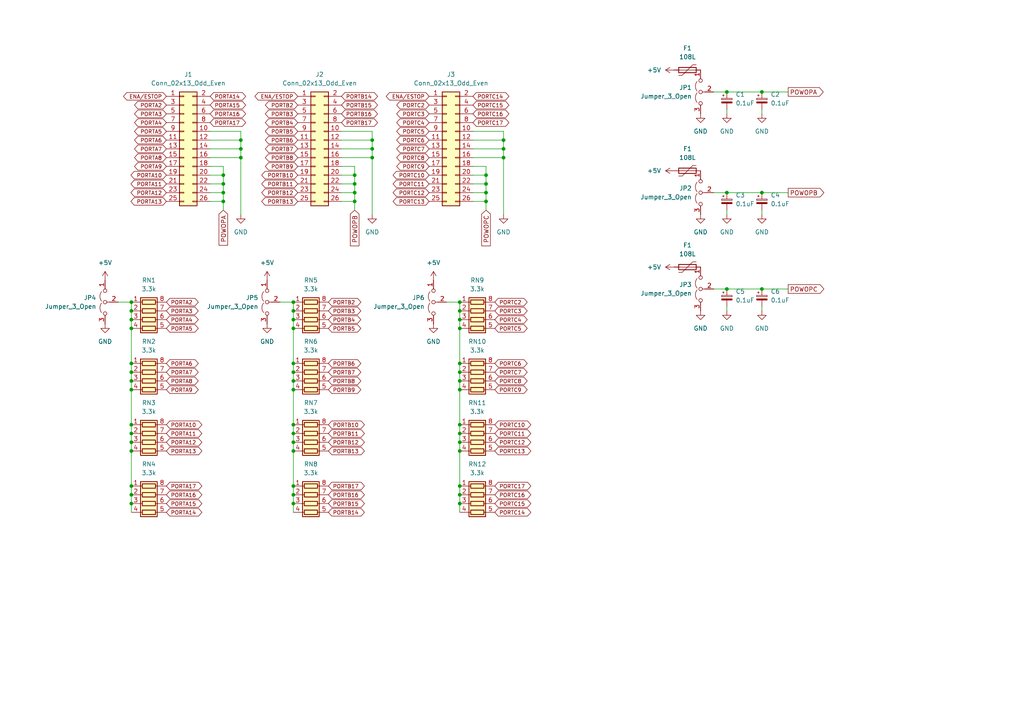
<source format=kicad_sch>
(kicad_sch (version 20230121) (generator eeschema)
  (paper "A4")
  (lib_symbols
    (symbol "Connector_Generic:Conn_02x13_Odd_Even" (pin_names (offset 1.016) hide)
      (property "Reference" "J" (at 1.27 17.78 0))
      (property "Value" "Conn_02x13_Odd_Even" (at 1.27 -17.78 0))
      (symbol "Conn_02x13_Odd_Even_1_1"
        (rectangle (start -1.27 -15.113) (end 0 -15.367) (stroke (width 0.1524)))
        (rectangle (start -1.27 -12.573) (end 0 -12.827) (stroke (width 0.1524)))
        (rectangle (start -1.27 -10.033) (end 0 -10.287) (stroke (width 0.1524)))
        (rectangle (start -1.27 -7.493) (end 0 -7.747) (stroke (width 0.1524)))
        (rectangle (start -1.27 -4.953) (end 0 -5.207) (stroke (width 0.1524)))
        (rectangle (start -1.27 -2.413) (end 0 -2.667) (stroke (width 0.1524)))
        (rectangle (start -1.27 0.127) (end 0 -0.127) (stroke (width 0.1524)))
        (rectangle (start -1.27 2.667) (end 0 2.413) (stroke (width 0.1524)))
        (rectangle (start -1.27 5.207) (end 0 4.953) (stroke (width 0.1524)))
        (rectangle (start -1.27 7.747) (end 0 7.493) (stroke (width 0.1524)))
        (rectangle (start -1.27 10.287) (end 0 10.033) (stroke (width 0.1524)))
        (rectangle (start -1.27 12.827) (end 0 12.573) (stroke (width 0.1524)))
        (rectangle (start -1.27 15.367) (end 0 15.113) (stroke (width 0.1524)))
        (rectangle (start -1.27 16.51) (end 3.81 -16.51) (stroke (width 0.254)) (fill (type background)))
        (rectangle (start 3.81 -15.113) (end 2.54 -15.367) (stroke (width 0.1524)))
        (rectangle (start 3.81 -12.573) (end 2.54 -12.827) (stroke (width 0.1524)))
        (rectangle (start 3.81 -10.033) (end 2.54 -10.287) (stroke (width 0.1524)))
        (rectangle (start 3.81 -7.493) (end 2.54 -7.747) (stroke (width 0.1524)))
        (rectangle (start 3.81 -4.953) (end 2.54 -5.207) (stroke (width 0.1524)))
        (rectangle (start 3.81 -2.413) (end 2.54 -2.667) (stroke (width 0.1524)))
        (rectangle (start 3.81 0.127) (end 2.54 -0.127) (stroke (width 0.1524)))
        (rectangle (start 3.81 2.667) (end 2.54 2.413) (stroke (width 0.1524)))
        (rectangle (start 3.81 5.207) (end 2.54 4.953) (stroke (width 0.1524)))
        (rectangle (start 3.81 7.747) (end 2.54 7.493) (stroke (width 0.1524)))
        (rectangle (start 3.81 10.287) (end 2.54 10.033) (stroke (width 0.1524)))
        (rectangle (start 3.81 12.827) (end 2.54 12.573) (stroke (width 0.1524)))
        (rectangle (start 3.81 15.367) (end 2.54 15.113) (stroke (width 0.1524)))
        (pin passive line (at -5.08 15.24 0) (length 3.81) (name "Pin_1") (number "1"))
        (pin passive line (at 7.62 5.08 180) (length 3.81) (name "Pin_10") (number "10"))
        (pin passive line (at -5.08 2.54 0) (length 3.81) (name "Pin_11") (number "11"))
        (pin passive line (at 7.62 2.54 180) (length 3.81) (name "Pin_12") (number "12"))
        (pin passive line (at -5.08 0 0) (length 3.81) (name "Pin_13") (number "13"))
        (pin passive line (at 7.62 0 180) (length 3.81) (name "Pin_14") (number "14"))
        (pin passive line (at -5.08 -2.54 0) (length 3.81) (name "Pin_15") (number "15"))
        (pin passive line (at 7.62 -2.54 180) (length 3.81) (name "Pin_16") (number "16"))
        (pin passive line (at -5.08 -5.08 0) (length 3.81) (name "Pin_17") (number "17"))
        (pin passive line (at 7.62 -5.08 180) (length 3.81) (name "Pin_18") (number "18"))
        (pin passive line (at -5.08 -7.62 0) (length 3.81) (name "Pin_19") (number "19"))
        (pin passive line (at 7.62 15.24 180) (length 3.81) (name "Pin_2") (number "2"))
        (pin passive line (at 7.62 -7.62 180) (length 3.81) (name "Pin_20") (number "20"))
        (pin passive line (at -5.08 -10.16 0) (length 3.81) (name "Pin_21") (number "21"))
        (pin passive line (at 7.62 -10.16 180) (length 3.81) (name "Pin_22") (number "22"))
        (pin passive line (at -5.08 -12.7 0) (length 3.81) (name "Pin_23") (number "23"))
        (pin passive line (at 7.62 -12.7 180) (length 3.81) (name "Pin_24") (number "24"))
        (pin passive line (at -5.08 -15.24 0) (length 3.81) (name "Pin_25") (number "25"))
        (pin passive line (at 7.62 -15.24 180) (length 3.81) (name "Pin_26") (number "26"))
        (pin passive line (at -5.08 12.7 0) (length 3.81) (name "Pin_3") (number "3"))
        (pin passive line (at 7.62 12.7 180) (length 3.81) (name "Pin_4") (number "4"))
        (pin passive line (at -5.08 10.16 0) (length 3.81) (name "Pin_5") (number "5"))
        (pin passive line (at 7.62 10.16 180) (length 3.81) (name "Pin_6") (number "6"))
        (pin passive line (at -5.08 7.62 0) (length 3.81) (name "Pin_7") (number "7"))
        (pin passive line (at 7.62 7.62 180) (length 3.81) (name "Pin_8") (number "8"))
        (pin passive line (at -5.08 5.08 0) (length 3.81) (name "Pin_9") (number "9"))
      )
    )
    (symbol "Device:C_Polarized_Small" (pin_numbers hide) (pin_names (offset 0.254) hide)
      (property "Reference" "C" (at 0.254 1.778 0))
      (property "Value" "C_Polarized_Small" (at 0.254 -2.032 0))
      (symbol "C_Polarized_Small_0_1"
        (rectangle (start -1.524 -0.3048) (end 1.524 -0.6858) (fill (type outline)))
        (rectangle (start -1.524 0.6858) (end 1.524 0.3048))
        (polyline (pts (xy -1.27 1.524) (xy -0.762 1.524)))
        (polyline (pts (xy -1.016 1.27) (xy -1.016 1.778)))
      )
      (symbol "C_Polarized_Small_1_1"
        (pin passive line (at 0 2.54 270) (length 1.8542) (name "~") (number "1"))
        (pin passive line (at 0 -2.54 90) (length 1.8542) (name "~") (number "2"))
      )
    )
    (symbol "Device:Polyfuse" (pin_numbers hide) (pin_names (offset 0))
      (property "Reference" "F" (at -2.54 0 90))
      (property "Value" "Polyfuse" (at 2.54 0 90))
      (symbol "Polyfuse_0_1"
        (rectangle (start -0.762 2.54) (end 0.762 -2.54) (stroke (width 0.254)))
        (polyline (pts (xy 0 2.54) (xy 0 -2.54)))
        (polyline (pts (xy -1.524 2.54) (xy -1.524 1.524) (xy 1.524 -1.524) (xy 1.524 -2.54)))
      )
      (symbol "Polyfuse_1_1"
        (pin passive line (at 0 3.81 270) (length 1.27) (name "~") (number "1"))
        (pin passive line (at 0 -3.81 90) (length 1.27) (name "~") (number "2"))
      )
    )
    (symbol "Device:R_Pack04" (pin_names (offset 0) hide)
      (property "Reference" "RN" (at -7.62 0 90))
      (property "Value" "R_Pack04" (at 5.08 0 90))
      (symbol "R_Pack04_0_1"
        (rectangle (start -6.35 -2.413) (end 3.81 2.413) (stroke (width 0.254)) (fill (type background)))
        (rectangle (start -5.715 1.905) (end -4.445 -1.905) (stroke (width 0.254)))
        (rectangle (start -3.175 1.905) (end -1.905 -1.905) (stroke (width 0.254)))
        (rectangle (start -0.635 1.905) (end 0.635 -1.905) (stroke (width 0.254)))
        (polyline (pts (xy -5.08 -2.54) (xy -5.08 -1.905)))
        (polyline (pts (xy -5.08 1.905) (xy -5.08 2.54)))
        (polyline (pts (xy -2.54 -2.54) (xy -2.54 -1.905)))
        (polyline (pts (xy -2.54 1.905) (xy -2.54 2.54)))
        (polyline (pts (xy 0 -2.54) (xy 0 -1.905)))
        (polyline (pts (xy 0 1.905) (xy 0 2.54)))
        (polyline (pts (xy 2.54 -2.54) (xy 2.54 -1.905)))
        (polyline (pts (xy 2.54 1.905) (xy 2.54 2.54)))
        (rectangle (start 1.905 1.905) (end 3.175 -1.905) (stroke (width 0.254)))
      )
      (symbol "R_Pack04_1_1"
        (pin passive line (at -5.08 -5.08 90) (length 2.54) (name "R1.1") (number "1"))
        (pin passive line (at -2.54 -5.08 90) (length 2.54) (name "R2.1") (number "2"))
        (pin passive line (at 0 -5.08 90) (length 2.54) (name "R3.1") (number "3"))
        (pin passive line (at 2.54 -5.08 90) (length 2.54) (name "R4.1") (number "4"))
        (pin passive line (at 2.54 5.08 270) (length 2.54) (name "R4.2") (number "5"))
        (pin passive line (at 0 5.08 270) (length 2.54) (name "R3.2") (number "6"))
        (pin passive line (at -2.54 5.08 270) (length 2.54) (name "R2.2") (number "7"))
        (pin passive line (at -5.08 5.08 270) (length 2.54) (name "R1.2") (number "8"))
      )
    )
    (symbol "Jumper:Jumper_3_Open" (pin_names (offset 0) hide)
      (property "Reference" "JP" (at -2.54 -2.54 0))
      (property "Value" "Jumper_3_Open" (at 0 2.794 0))
      (symbol "Jumper_3_Open_0_0"
        (circle (center -3.302 0) (radius 0.508))
        (circle (center 0 0) (radius 0.508))
        (circle (center 3.302 0) (radius 0.508))
      )
      (symbol "Jumper_3_Open_0_1"
        (arc (start -0.254 1.016) (mid -1.651 1.4992) (end -3.048 1.016))
        (polyline (pts (xy 0 -0.508) (xy 0 -1.27)))
        (arc (start 3.048 1.016) (mid 1.651 1.4992) (end 0.254 1.016))
      )
      (symbol "Jumper_3_Open_1_1"
        (pin passive line (at -6.35 0 0) (length 2.54) (name "A") (number "1"))
        (pin passive line (at 0 -3.81 90) (length 2.54) (name "C") (number "2"))
        (pin passive line (at 6.35 0 180) (length 2.54) (name "B") (number "3"))
      )
    )
    (symbol "power:+5V" (power) (pin_names (offset 0))
      (property "Value" "+5V" (at 0 3.556 0))
      (symbol "+5V_0_1"
        (polyline (pts (xy -0.762 1.27) (xy 0 2.54)))
        (polyline (pts (xy 0 0) (xy 0 2.54)))
        (polyline (pts (xy 0 2.54) (xy 0.762 1.27)))
      )
      (symbol "+5V_1_1"
        (pin power_in line (at 0 0 90) (length 0) hide (name "+5V") (number "1"))
      )
    )
    (symbol "power:GND" (power) (pin_names (offset 0))
      (property "Value" "GND" (at 0 -3.81 0))
      (symbol "GND_0_1"
        (polyline (pts (xy 0 0) (xy 0 -1.27) (xy 1.27 -1.27) (xy 0 -2.54) (xy -1.27 -1.27) (xy 0 -1.27)))
      )
      (symbol "GND_1_1"
        (pin power_in line (at 0 0 270) (length 0) hide (name "GND") (number "1"))
      )
    )
  )
  (junction (at 210.82 83.82))
  (junction (at 69.85 45.72))
  (junction (at 133.35 123.19))
  (junction (at 140.97 50.8))
  (junction (at 220.98 26.67))
  (junction (at 85.09 90.17))
  (junction (at 85.09 110.49))
  (junction (at 133.35 105.41))
  (junction (at 38.1 140.97))
  (junction (at 85.09 130.81))
  (junction (at 107.95 43.18))
  (junction (at 102.87 53.34))
  (junction (at 146.05 45.72))
  (junction (at 85.09 123.19))
  (junction (at 85.09 146.05))
  (junction (at 38.1 128.27))
  (junction (at 85.09 143.51))
  (junction (at 220.98 83.82))
  (junction (at 69.85 43.18))
  (junction (at 133.35 110.49))
  (junction (at 85.09 128.27))
  (junction (at 85.09 92.71))
  (junction (at 38.1 95.25))
  (junction (at 133.35 90.17))
  (junction (at 38.1 143.51))
  (junction (at 64.77 55.88))
  (junction (at 85.09 125.73))
  (junction (at 146.05 40.64))
  (junction (at 64.77 50.8))
  (junction (at 85.09 95.25))
  (junction (at 38.1 92.71))
  (junction (at 133.35 143.51))
  (junction (at 133.35 107.95))
  (junction (at 85.09 113.03))
  (junction (at 140.97 53.34))
  (junction (at 38.1 105.41))
  (junction (at 146.05 43.18))
  (junction (at 38.1 146.05))
  (junction (at 133.35 95.25))
  (junction (at 38.1 113.03))
  (junction (at 133.35 87.63))
  (junction (at 64.77 58.42))
  (junction (at 69.85 40.64))
  (junction (at 210.82 55.88))
  (junction (at 85.09 87.63))
  (junction (at 102.87 58.42))
  (junction (at 140.97 55.88))
  (junction (at 107.95 40.64))
  (junction (at 107.95 45.72))
  (junction (at 133.35 140.97))
  (junction (at 102.87 50.8))
  (junction (at 38.1 110.49))
  (junction (at 133.35 128.27))
  (junction (at 133.35 92.71))
  (junction (at 133.35 125.73))
  (junction (at 102.87 55.88))
  (junction (at 38.1 123.19))
  (junction (at 220.98 55.88))
  (junction (at 38.1 125.73))
  (junction (at 133.35 146.05))
  (junction (at 38.1 90.17))
  (junction (at 133.35 130.81))
  (junction (at 140.97 58.42))
  (junction (at 38.1 130.81))
  (junction (at 38.1 87.63))
  (junction (at 64.77 53.34))
  (junction (at 85.09 105.41))
  (junction (at 210.82 26.67))
  (junction (at 85.09 140.97))
  (junction (at 38.1 107.95))
  (junction (at 85.09 107.95))
  (junction (at 133.35 113.03))
  (wire (pts (xy 64.77 55.88) (xy 64.77 58.42)))
  (wire (pts (xy 133.35 125.73) (xy 133.35 128.27)))
  (wire (pts (xy 220.98 33.02) (xy 220.98 31.75)))
  (wire (pts (xy 38.1 113.03) (xy 38.1 123.19)))
  (wire (pts (xy 133.35 113.03) (xy 133.35 123.19)))
  (wire (pts (xy 64.77 50.8) (xy 64.77 53.34)))
  (wire (pts (xy 85.09 90.17) (xy 85.09 92.71)))
  (wire (pts (xy 85.09 110.49) (xy 85.09 113.03)))
  (wire (pts (xy 60.96 58.42) (xy 64.77 58.42)))
  (wire (pts (xy 38.1 146.05) (xy 38.1 148.59)))
  (wire (pts (xy 133.35 123.19) (xy 133.35 125.73)))
  (wire (pts (xy 85.09 105.41) (xy 85.09 107.95)))
  (wire (pts (xy 60.96 50.8) (xy 64.77 50.8)))
  (wire (pts (xy 34.29 87.63) (xy 38.1 87.63)))
  (wire (pts (xy 85.09 113.03) (xy 85.09 123.19)))
  (wire (pts (xy 64.77 58.42) (xy 64.77 60.96)))
  (wire (pts (xy 102.87 55.88) (xy 102.87 58.42)))
  (wire (pts (xy 38.1 107.95) (xy 38.1 110.49)))
  (wire (pts (xy 133.35 110.49) (xy 133.35 113.03)))
  (wire (pts (xy 60.96 38.1) (xy 69.85 38.1)))
  (wire (pts (xy 140.97 48.26) (xy 140.97 50.8)))
  (wire (pts (xy 207.01 83.82) (xy 210.82 83.82)))
  (wire (pts (xy 133.35 140.97) (xy 133.35 143.51)))
  (wire (pts (xy 69.85 45.72) (xy 69.85 62.23)))
  (wire (pts (xy 102.87 50.8) (xy 102.87 53.34)))
  (wire (pts (xy 38.1 130.81) (xy 38.1 140.97)))
  (wire (pts (xy 133.35 130.81) (xy 133.35 140.97)))
  (wire (pts (xy 99.06 58.42) (xy 102.87 58.42)))
  (wire (pts (xy 99.06 55.88) (xy 102.87 55.88)))
  (wire (pts (xy 210.82 26.67) (xy 220.98 26.67)))
  (wire (pts (xy 137.16 55.88) (xy 140.97 55.88)))
  (wire (pts (xy 85.09 107.95) (xy 85.09 110.49)))
  (wire (pts (xy 60.96 43.18) (xy 69.85 43.18)))
  (wire (pts (xy 60.96 48.26) (xy 64.77 48.26)))
  (wire (pts (xy 133.35 107.95) (xy 133.35 110.49)))
  (wire (pts (xy 99.06 43.18) (xy 107.95 43.18)))
  (wire (pts (xy 85.09 123.19) (xy 85.09 125.73)))
  (wire (pts (xy 146.05 43.18) (xy 146.05 45.72)))
  (wire (pts (xy 137.16 38.1) (xy 146.05 38.1)))
  (wire (pts (xy 210.82 90.17) (xy 210.82 88.9)))
  (wire (pts (xy 129.54 87.63) (xy 133.35 87.63)))
  (wire (pts (xy 60.96 53.34) (xy 64.77 53.34)))
  (wire (pts (xy 137.16 53.34) (xy 140.97 53.34)))
  (wire (pts (xy 220.98 26.67) (xy 228.6 26.67)))
  (wire (pts (xy 133.35 95.25) (xy 133.35 105.41)))
  (wire (pts (xy 133.35 105.41) (xy 133.35 107.95)))
  (wire (pts (xy 99.06 38.1) (xy 107.95 38.1)))
  (wire (pts (xy 99.06 48.26) (xy 102.87 48.26)))
  (wire (pts (xy 60.96 40.64) (xy 69.85 40.64)))
  (wire (pts (xy 146.05 40.64) (xy 146.05 43.18)))
  (wire (pts (xy 137.16 50.8) (xy 140.97 50.8)))
  (wire (pts (xy 81.28 87.63) (xy 85.09 87.63)))
  (wire (pts (xy 207.01 55.88) (xy 210.82 55.88)))
  (wire (pts (xy 107.95 43.18) (xy 107.95 45.72)))
  (wire (pts (xy 38.1 105.41) (xy 38.1 107.95)))
  (wire (pts (xy 137.16 43.18) (xy 146.05 43.18)))
  (wire (pts (xy 102.87 58.42) (xy 102.87 60.96)))
  (wire (pts (xy 140.97 55.88) (xy 140.97 58.42)))
  (wire (pts (xy 102.87 48.26) (xy 102.87 50.8)))
  (wire (pts (xy 69.85 38.1) (xy 69.85 40.64)))
  (wire (pts (xy 107.95 40.64) (xy 107.95 43.18)))
  (wire (pts (xy 85.09 128.27) (xy 85.09 130.81)))
  (wire (pts (xy 38.1 125.73) (xy 38.1 128.27)))
  (wire (pts (xy 133.35 87.63) (xy 133.35 90.17)))
  (wire (pts (xy 64.77 48.26) (xy 64.77 50.8)))
  (wire (pts (xy 85.09 130.81) (xy 85.09 140.97)))
  (wire (pts (xy 85.09 140.97) (xy 85.09 143.51)))
  (wire (pts (xy 85.09 125.73) (xy 85.09 128.27)))
  (wire (pts (xy 38.1 92.71) (xy 38.1 95.25)))
  (wire (pts (xy 133.35 90.17) (xy 133.35 92.71)))
  (wire (pts (xy 99.06 50.8) (xy 102.87 50.8)))
  (wire (pts (xy 85.09 87.63) (xy 85.09 90.17)))
  (wire (pts (xy 133.35 128.27) (xy 133.35 130.81)))
  (wire (pts (xy 99.06 40.64) (xy 107.95 40.64)))
  (wire (pts (xy 140.97 58.42) (xy 140.97 60.96)))
  (wire (pts (xy 210.82 62.23) (xy 210.82 60.96)))
  (wire (pts (xy 146.05 38.1) (xy 146.05 40.64)))
  (wire (pts (xy 107.95 38.1) (xy 107.95 40.64)))
  (wire (pts (xy 210.82 83.82) (xy 220.98 83.82)))
  (wire (pts (xy 137.16 40.64) (xy 146.05 40.64)))
  (wire (pts (xy 85.09 92.71) (xy 85.09 95.25)))
  (wire (pts (xy 99.06 53.34) (xy 102.87 53.34)))
  (wire (pts (xy 69.85 40.64) (xy 69.85 43.18)))
  (wire (pts (xy 146.05 45.72) (xy 146.05 62.23)))
  (wire (pts (xy 220.98 83.82) (xy 228.6 83.82)))
  (wire (pts (xy 60.96 45.72) (xy 69.85 45.72)))
  (wire (pts (xy 220.98 55.88) (xy 228.6 55.88)))
  (wire (pts (xy 38.1 95.25) (xy 38.1 105.41)))
  (wire (pts (xy 207.01 26.67) (xy 210.82 26.67)))
  (wire (pts (xy 99.06 45.72) (xy 107.95 45.72)))
  (wire (pts (xy 38.1 140.97) (xy 38.1 143.51)))
  (wire (pts (xy 137.16 45.72) (xy 146.05 45.72)))
  (wire (pts (xy 210.82 55.88) (xy 220.98 55.88)))
  (wire (pts (xy 133.35 143.51) (xy 133.35 146.05)))
  (wire (pts (xy 85.09 146.05) (xy 85.09 148.59)))
  (wire (pts (xy 85.09 143.51) (xy 85.09 146.05)))
  (wire (pts (xy 38.1 110.49) (xy 38.1 113.03)))
  (wire (pts (xy 107.95 45.72) (xy 107.95 62.23)))
  (wire (pts (xy 38.1 143.51) (xy 38.1 146.05)))
  (wire (pts (xy 85.09 95.25) (xy 85.09 105.41)))
  (wire (pts (xy 102.87 53.34) (xy 102.87 55.88)))
  (wire (pts (xy 140.97 53.34) (xy 140.97 55.88)))
  (wire (pts (xy 60.96 55.88) (xy 64.77 55.88)))
  (wire (pts (xy 220.98 90.17) (xy 220.98 88.9)))
  (wire (pts (xy 133.35 146.05) (xy 133.35 148.59)))
  (wire (pts (xy 64.77 53.34) (xy 64.77 55.88)))
  (wire (pts (xy 220.98 62.23) (xy 220.98 60.96)))
  (wire (pts (xy 69.85 43.18) (xy 69.85 45.72)))
  (wire (pts (xy 38.1 123.19) (xy 38.1 125.73)))
  (wire (pts (xy 133.35 92.71) (xy 133.35 95.25)))
  (wire (pts (xy 38.1 90.17) (xy 38.1 92.71)))
  (wire (pts (xy 137.16 58.42) (xy 140.97 58.42)))
  (wire (pts (xy 137.16 48.26) (xy 140.97 48.26)))
  (wire (pts (xy 38.1 128.27) (xy 38.1 130.81)))
  (wire (pts (xy 210.82 33.02) (xy 210.82 31.75)))
  (wire (pts (xy 140.97 50.8) (xy 140.97 53.34)))
  (wire (pts (xy 38.1 87.63) (xy 38.1 90.17)))
  (global_label "PORTB8" (shape bidirectional) (at 86.36 45.72 180) (effects (font (size 1.1 1.1))) (property "Intersheetrefs" "${INTERSHEET_REFS}" (effects hide)))
  (global_label "PORTC5" (shape bidirectional) (at 143.51 95.25 0) (effects (font (size 1.1 1.1))) (property "Intersheetrefs" "${INTERSHEET_REFS}" (effects hide)))
  (global_label "PORTC11" (shape bidirectional) (at 143.51 125.73 0) (effects (font (size 1.1 1.1))) (property "Intersheetrefs" "${INTERSHEET_REFS}" (effects hide)))
  (global_label "PORTB15" (shape bidirectional) (at 99.06 30.48 0) (effects (font (size 1.1 1.1))) (property "Intersheetrefs" "${INTERSHEET_REFS}" (effects hide)))
  (global_label "PORTB16" (shape bidirectional) (at 99.06 33.02 0) (effects (font (size 1.1 1.1))) (property "Intersheetrefs" "${INTERSHEET_REFS}" (effects hide)))
  (global_label "PORTB11" (shape bidirectional) (at 95.25 125.73 0) (effects (font (size 1.1 1.1))) (property "Intersheetrefs" "${INTERSHEET_REFS}" (effects hide)))
  (global_label "PORTB7" (shape bidirectional) (at 86.36 43.18 180) (effects (font (size 1.1 1.1))) (property "Intersheetrefs" "${INTERSHEET_REFS}" (effects hide)))
  (global_label "PORTC15" (shape bidirectional) (at 137.16 30.48 0) (effects (font (size 1.1 1.1))) (property "Intersheetrefs" "${INTERSHEET_REFS}" (effects hide)))
  (global_label "PORTC6" (shape bidirectional) (at 143.51 105.41 0) (effects (font (size 1.1 1.1))) (property "Intersheetrefs" "${INTERSHEET_REFS}" (effects hide)))
  (global_label "PORTA11" (shape bidirectional) (at 48.26 53.34 180) (effects (font (size 1.1 1.1))) (property "Intersheetrefs" "${INTERSHEET_REFS}" (effects hide)))
  (global_label "PORTA10" (shape bidirectional) (at 48.26 50.8 180) (effects (font (size 1.1 1.1))) (property "Intersheetrefs" "${INTERSHEET_REFS}" (effects hide)))
  (global_label "PORTC3" (shape bidirectional) (at 124.46 33.02 180) (effects (font (size 1.1 1.1))) (property "Intersheetrefs" "${INTERSHEET_REFS}" (effects hide)))
  (global_label "PORTC16" (shape bidirectional) (at 137.16 33.02 0) (effects (font (size 1.1 1.1))) (property "Intersheetrefs" "${INTERSHEET_REFS}" (effects hide)))
  (global_label "PORTC8" (shape bidirectional) (at 124.46 45.72 180) (effects (font (size 1.1 1.1))) (property "Intersheetrefs" "${INTERSHEET_REFS}" (effects hide)))
  (global_label "ENA{slash}ESTOP" (shape bidirectional) (at 86.36 27.94 180) (effects (font (size 1.1 1.1))) (property "Intersheetrefs" "${INTERSHEET_REFS}" (effects hide)))
  (global_label "PORTB13" (shape bidirectional) (at 86.36 58.42 180) (effects (font (size 1.1 1.1))) (property "Intersheetrefs" "${INTERSHEET_REFS}" (effects hide)))
  (global_label "PORTA16" (shape bidirectional) (at 60.96 33.02 0) (effects (font (size 1.1 1.1))) (property "Intersheetrefs" "${INTERSHEET_REFS}" (effects hide)))
  (global_label "PORTA13" (shape bidirectional) (at 48.26 130.81 0) (effects (font (size 1.1 1.1))) (property "Intersheetrefs" "${INTERSHEET_REFS}" (effects hide)))
  (global_label "PORTB3" (shape bidirectional) (at 95.25 90.17 0) (effects (font (size 1.1 1.1))) (property "Intersheetrefs" "${INTERSHEET_REFS}" (effects hide)))
  (global_label "PORTA9" (shape bidirectional) (at 48.26 48.26 180) (effects (font (size 1.1 1.1))) (property "Intersheetrefs" "${INTERSHEET_REFS}" (effects hide)))
  (global_label "PORTC7" (shape bidirectional) (at 124.46 43.18 180) (effects (font (size 1.1 1.1))) (property "Intersheetrefs" "${INTERSHEET_REFS}" (effects hide)))
  (global_label "PORTC6" (shape bidirectional) (at 124.46 40.64 180) (effects (font (size 1.1 1.1))) (property "Intersheetrefs" "${INTERSHEET_REFS}" (effects hide)))
  (global_label "PORTC8" (shape bidirectional) (at 143.51 110.49 0) (effects (font (size 1.1 1.1))) (property "Intersheetrefs" "${INTERSHEET_REFS}" (effects hide)))
  (global_label "POWOPC" (shape output) (at 228.6 83.82 0) (property "Intersheetrefs" "${INTERSHEET_REFS}" (effects hide)))
  (global_label "POWOPC" (shape input) (at 140.97 60.96 270) (property "Intersheetrefs" "${INTERSHEET_REFS}" (effects hide)))
  (global_label "PORTA5" (shape bidirectional) (at 48.26 95.25 0) (effects (font (size 1.1 1.1))) (property "Intersheetrefs" "${INTERSHEET_REFS}" (effects hide)))
  (global_label "PORTA13" (shape bidirectional) (at 48.26 58.42 180) (effects (font (size 1.1 1.1))) (property "Intersheetrefs" "${INTERSHEET_REFS}" (effects hide)))
  (global_label "POWOPA" (shape input) (at 64.77 60.96 270) (property "Intersheetrefs" "${INTERSHEET_REFS}" (effects hide)))
  (global_label "PORTB6" (shape bidirectional) (at 86.36 40.64 180) (effects (font (size 1.1 1.1))) (property "Intersheetrefs" "${INTERSHEET_REFS}" (effects hide)))
  (global_label "PORTA8" (shape bidirectional) (at 48.26 110.49 0) (effects (font (size 1.1 1.1))) (property "Intersheetrefs" "${INTERSHEET_REFS}" (effects hide)))
  (global_label "ENA{slash}ESTOP" (shape bidirectional) (at 124.46 27.94 180) (effects (font (size 1.1 1.1))) (property "Intersheetrefs" "${INTERSHEET_REFS}" (effects hide)))
  (global_label "PORTB12" (shape bidirectional) (at 86.36 55.88 180) (effects (font (size 1.1 1.1))) (property "Intersheetrefs" "${INTERSHEET_REFS}" (effects hide)))
  (global_label "PORTA11" (shape bidirectional) (at 48.26 125.73 0) (effects (font (size 1.1 1.1))) (property "Intersheetrefs" "${INTERSHEET_REFS}" (effects hide)))
  (global_label "ENA{slash}ESTOP" (shape bidirectional) (at 48.26 27.94 180) (effects (font (size 1.1 1.1))) (property "Intersheetrefs" "${INTERSHEET_REFS}" (effects hide)))
  (global_label "PORTC9" (shape bidirectional) (at 143.51 113.03 0) (effects (font (size 1.1 1.1))) (property "Intersheetrefs" "${INTERSHEET_REFS}" (effects hide)))
  (global_label "PORTB15" (shape bidirectional) (at 95.25 146.05 0) (effects (font (size 1.1 1.1))) (property "Intersheetrefs" "${INTERSHEET_REFS}" (effects hide)))
  (global_label "PORTB5" (shape bidirectional) (at 86.36 38.1 180) (effects (font (size 1.1 1.1))) (property "Intersheetrefs" "${INTERSHEET_REFS}" (effects hide)))
  (global_label "PORTA8" (shape bidirectional) (at 48.26 45.72 180) (effects (font (size 1.1 1.1))) (property "Intersheetrefs" "${INTERSHEET_REFS}" (effects hide)))
  (global_label "PORTC16" (shape bidirectional) (at 143.51 143.51 0) (effects (font (size 1.1 1.1))) (property "Intersheetrefs" "${INTERSHEET_REFS}" (effects hide)))
  (global_label "PORTC3" (shape bidirectional) (at 143.51 90.17 0) (effects (font (size 1.1 1.1))) (property "Intersheetrefs" "${INTERSHEET_REFS}" (effects hide)))
  (global_label "PORTA3" (shape bidirectional) (at 48.26 33.02 180) (effects (font (size 1.1 1.1))) (property "Intersheetrefs" "${INTERSHEET_REFS}" (effects hide)))
  (global_label "PORTC5" (shape bidirectional) (at 124.46 38.1 180) (effects (font (size 1.1 1.1))) (property "Intersheetrefs" "${INTERSHEET_REFS}" (effects hide)))
  (global_label "PORTA15" (shape bidirectional) (at 48.26 146.05 0) (effects (font (size 1.1 1.1))) (property "Intersheetrefs" "${INTERSHEET_REFS}" (effects hide)))
  (global_label "PORTA5" (shape bidirectional) (at 48.26 38.1 180) (effects (font (size 1.1 1.1))) (property "Intersheetrefs" "${INTERSHEET_REFS}" (effects hide)))
  (global_label "PORTC7" (shape bidirectional) (at 143.51 107.95 0) (effects (font (size 1.1 1.1))) (property "Intersheetrefs" "${INTERSHEET_REFS}" (effects hide)))
  (global_label "POWOPB" (shape output) (at 228.6 55.88 0) (property "Intersheetrefs" "${INTERSHEET_REFS}" (effects hide)))
  (global_label "PORTB17" (shape bidirectional) (at 99.06 35.56 0) (effects (font (size 1.1 1.1))) (property "Intersheetrefs" "${INTERSHEET_REFS}" (effects hide)))
  (global_label "PORTB7" (shape bidirectional) (at 95.25 107.95 0) (effects (font (size 1.1 1.1))) (property "Intersheetrefs" "${INTERSHEET_REFS}" (effects hide)))
  (global_label "PORTC4" (shape bidirectional) (at 124.46 35.56 180) (effects (font (size 1.1 1.1))) (property "Intersheetrefs" "${INTERSHEET_REFS}" (effects hide)))
  (global_label "PORTA2" (shape bidirectional) (at 48.26 87.63 0) (effects (font (size 1.1 1.1))) (property "Intersheetrefs" "${INTERSHEET_REFS}" (effects hide)))
  (global_label "PORTC2" (shape bidirectional) (at 124.46 30.48 180) (effects (font (size 1.1 1.1))) (property "Intersheetrefs" "${INTERSHEET_REFS}" (effects hide)))
  (global_label "PORTA16" (shape bidirectional) (at 48.26 143.51 0) (effects (font (size 1.1 1.1))) (property "Intersheetrefs" "${INTERSHEET_REFS}" (effects hide)))
  (global_label "PORTB14" (shape bidirectional) (at 99.06 27.94 0) (effects (font (size 1.1 1.1))) (property "Intersheetrefs" "${INTERSHEET_REFS}" (effects hide)))
  (global_label "PORTB8" (shape bidirectional) (at 95.25 110.49 0) (effects (font (size 1.1 1.1))) (property "Intersheetrefs" "${INTERSHEET_REFS}" (effects hide)))
  (global_label "PORTA12" (shape bidirectional) (at 48.26 55.88 180) (effects (font (size 1.1 1.1))) (property "Intersheetrefs" "${INTERSHEET_REFS}" (effects hide)))
  (global_label "PORTB2" (shape bidirectional) (at 95.25 87.63 0) (effects (font (size 1.1 1.1))) (property "Intersheetrefs" "${INTERSHEET_REFS}" (effects hide)))
  (global_label "PORTA17" (shape bidirectional) (at 60.96 35.56 0) (effects (font (size 1.1 1.1))) (property "Intersheetrefs" "${INTERSHEET_REFS}" (effects hide)))
  (global_label "PORTC2" (shape bidirectional) (at 143.51 87.63 0) (effects (font (size 1.1 1.1))) (property "Intersheetrefs" "${INTERSHEET_REFS}" (effects hide)))
  (global_label "PORTA2" (shape bidirectional) (at 48.26 30.48 180) (effects (font (size 1.1 1.1))) (property "Intersheetrefs" "${INTERSHEET_REFS}" (effects hide)))
  (global_label "PORTC9" (shape bidirectional) (at 124.46 48.26 180) (effects (font (size 1.1 1.1))) (property "Intersheetrefs" "${INTERSHEET_REFS}" (effects hide)))
  (global_label "PORTA6" (shape bidirectional) (at 48.26 40.64 180) (effects (font (size 1.1 1.1))) (property "Intersheetrefs" "${INTERSHEET_REFS}" (effects hide)))
  (global_label "PORTB11" (shape bidirectional) (at 86.36 53.34 180) (effects (font (size 1.1 1.1))) (property "Intersheetrefs" "${INTERSHEET_REFS}" (effects hide)))
  (global_label "PORTB12" (shape bidirectional) (at 95.25 128.27 0) (effects (font (size 1.1 1.1))) (property "Intersheetrefs" "${INTERSHEET_REFS}" (effects hide)))
  (global_label "PORTB14" (shape bidirectional) (at 95.25 148.59 0) (effects (font (size 1.1 1.1))) (property "Intersheetrefs" "${INTERSHEET_REFS}" (effects hide)))
  (global_label "PORTC17" (shape bidirectional) (at 137.16 35.56 0) (effects (font (size 1.1 1.1))) (property "Intersheetrefs" "${INTERSHEET_REFS}" (effects hide)))
  (global_label "PORTA7" (shape bidirectional) (at 48.26 107.95 0) (effects (font (size 1.1 1.1))) (property "Intersheetrefs" "${INTERSHEET_REFS}" (effects hide)))
  (global_label "PORTC14" (shape bidirectional) (at 137.16 27.94 0) (effects (font (size 1.1 1.1))) (property "Intersheetrefs" "${INTERSHEET_REFS}" (effects hide)))
  (global_label "PORTA14" (shape bidirectional) (at 48.26 148.59 0) (effects (font (size 1.1 1.1))) (property "Intersheetrefs" "${INTERSHEET_REFS}" (effects hide)))
  (global_label "PORTA14" (shape bidirectional) (at 60.96 27.94 0) (effects (font (size 1.1 1.1))) (property "Intersheetrefs" "${INTERSHEET_REFS}" (effects hide)))
  (global_label "PORTB13" (shape bidirectional) (at 95.25 130.81 0) (effects (font (size 1.1 1.1))) (property "Intersheetrefs" "${INTERSHEET_REFS}" (effects hide)))
  (global_label "PORTC10" (shape bidirectional) (at 124.46 50.8 180) (effects (font (size 1.1 1.1))) (property "Intersheetrefs" "${INTERSHEET_REFS}" (effects hide)))
  (global_label "PORTA7" (shape bidirectional) (at 48.26 43.18 180) (effects (font (size 1.1 1.1))) (property "Intersheetrefs" "${INTERSHEET_REFS}" (effects hide)))
  (global_label "PORTC12" (shape bidirectional) (at 124.46 55.88 180) (effects (font (size 1.1 1.1))) (property "Intersheetrefs" "${INTERSHEET_REFS}" (effects hide)))
  (global_label "POWOPA" (shape output) (at 228.6 26.67 0) (property "Intersheetrefs" "${INTERSHEET_REFS}" (effects hide)))
  (global_label "PORTA4" (shape bidirectional) (at 48.26 92.71 0) (effects (font (size 1.1 1.1))) (property "Intersheetrefs" "${INTERSHEET_REFS}" (effects hide)))
  (global_label "PORTC10" (shape bidirectional) (at 143.51 123.19 0) (effects (font (size 1.1 1.1))) (property "Intersheetrefs" "${INTERSHEET_REFS}" (effects hide)))
  (global_label "PORTA10" (shape bidirectional) (at 48.26 123.19 0) (effects (font (size 1.1 1.1))) (property "Intersheetrefs" "${INTERSHEET_REFS}" (effects hide)))
  (global_label "PORTC11" (shape bidirectional) (at 124.46 53.34 180) (effects (font (size 1.1 1.1))) (property "Intersheetrefs" "${INTERSHEET_REFS}" (effects hide)))
  (global_label "PORTB3" (shape bidirectional) (at 86.36 33.02 180) (effects (font (size 1.1 1.1))) (property "Intersheetrefs" "${INTERSHEET_REFS}" (effects hide)))
  (global_label "PORTA17" (shape bidirectional) (at 48.26 140.97 0) (effects (font (size 1.1 1.1))) (property "Intersheetrefs" "${INTERSHEET_REFS}" (effects hide)))
  (global_label "PORTA15" (shape bidirectional) (at 60.96 30.48 0) (effects (font (size 1.1 1.1))) (property "Intersheetrefs" "${INTERSHEET_REFS}" (effects hide)))
  (global_label "PORTB2" (shape bidirectional) (at 86.36 30.48 180) (effects (font (size 1.1 1.1))) (property "Intersheetrefs" "${INTERSHEET_REFS}" (effects hide)))
  (global_label "PORTC14" (shape bidirectional) (at 143.51 148.59 0) (effects (font (size 1.1 1.1))) (property "Intersheetrefs" "${INTERSHEET_REFS}" (effects hide)))
  (global_label "PORTB16" (shape bidirectional) (at 95.25 143.51 0) (effects (font (size 1.1 1.1))) (property "Intersheetrefs" "${INTERSHEET_REFS}" (effects hide)))
  (global_label "POWOPB" (shape input) (at 102.87 60.96 270) (property "Intersheetrefs" "${INTERSHEET_REFS}" (effects hide)))
  (global_label "PORTC17" (shape bidirectional) (at 143.51 140.97 0) (effects (font (size 1.1 1.1))) (property "Intersheetrefs" "${INTERSHEET_REFS}" (effects hide)))
  (global_label "PORTB4" (shape bidirectional) (at 86.36 35.56 180) (effects (font (size 1.1 1.1))) (property "Intersheetrefs" "${INTERSHEET_REFS}" (effects hide)))
  (global_label "PORTC13" (shape bidirectional) (at 124.46 58.42 180) (effects (font (size 1.1 1.1))) (property "Intersheetrefs" "${INTERSHEET_REFS}" (effects hide)))
  (global_label "PORTC13" (shape bidirectional) (at 143.51 130.81 0) (effects (font (size 1.1 1.1))) (property "Intersheetrefs" "${INTERSHEET_REFS}" (effects hide)))
  (global_label "PORTB6" (shape bidirectional) (at 95.25 105.41 0) (effects (font (size 1.1 1.1))) (property "Intersheetrefs" "${INTERSHEET_REFS}" (effects hide)))
  (global_label "PORTC12" (shape bidirectional) (at 143.51 128.27 0) (effects (font (size 1.1 1.1))) (property "Intersheetrefs" "${INTERSHEET_REFS}" (effects hide)))
  (global_label "PORTB17" (shape bidirectional) (at 95.25 140.97 0) (effects (font (size 1.1 1.1))) (property "Intersheetrefs" "${INTERSHEET_REFS}" (effects hide)))
  (global_label "PORTA9" (shape bidirectional) (at 48.26 113.03 0) (effects (font (size 1.1 1.1))) (property "Intersheetrefs" "${INTERSHEET_REFS}" (effects hide)))
  (global_label "PORTB9" (shape bidirectional) (at 86.36 48.26 180) (effects (font (size 1.1 1.1))) (property "Intersheetrefs" "${INTERSHEET_REFS}" (effects hide)))
  (global_label "PORTA12" (shape bidirectional) (at 48.26 128.27 0) (effects (font (size 1.1 1.1))) (property "Intersheetrefs" "${INTERSHEET_REFS}" (effects hide)))
  (global_label "PORTB5" (shape bidirectional) (at 95.25 95.25 0) (effects (font (size 1.1 1.1))) (property "Intersheetrefs" "${INTERSHEET_REFS}" (effects hide)))
  (global_label "PORTB4" (shape bidirectional) (at 95.25 92.71 0) (effects (font (size 1.1 1.1))) (property "Intersheetrefs" "${INTERSHEET_REFS}" (effects hide)))
  (global_label "PORTB9" (shape bidirectional) (at 95.25 113.03 0) (effects (font (size 1.1 1.1))) (property "Intersheetrefs" "${INTERSHEET_REFS}" (effects hide)))
  (global_label "PORTA4" (shape bidirectional) (at 48.26 35.56 180) (effects (font (size 1.1 1.1))) (property "Intersheetrefs" "${INTERSHEET_REFS}" (effects hide)))
  (global_label "PORTA6" (shape bidirectional) (at 48.26 105.41 0) (effects (font (size 1.1 1.1))) (property "Intersheetrefs" "${INTERSHEET_REFS}" (effects hide)))
  (global_label "PORTC15" (shape bidirectional) (at 143.51 146.05 0) (effects (font (size 1.1 1.1))) (property "Intersheetrefs" "${INTERSHEET_REFS}" (effects hide)))
  (global_label "PORTC4" (shape bidirectional) (at 143.51 92.71 0) (effects (font (size 1.1 1.1))) (property "Intersheetrefs" "${INTERSHEET_REFS}" (effects hide)))
  (global_label "PORTB10" (shape bidirectional) (at 95.25 123.19 0) (effects (font (size 1.1 1.1))) (property "Intersheetrefs" "${INTERSHEET_REFS}" (effects hide)))
  (global_label "PORTA3" (shape bidirectional) (at 48.26 90.17 0) (effects (font (size 1.1 1.1))) (property "Intersheetrefs" "${INTERSHEET_REFS}" (effects hide)))
  (global_label "PORTB10" (shape bidirectional) (at 86.36 50.8 180) (effects (font (size 1.1 1.1))) (property "Intersheetrefs" "${INTERSHEET_REFS}" (effects hide)))
  (symbol (lib_id "Device:R_Pack04") (at 90.17 128.27 270) (unit 1)
    (property "Reference" "RN7" (at 90.17 116.84 90))
    (property "Value" "3.3k" (at 90.17 119.38 90))
    (property "Footprint" "Resistor_SMD:R_Array_Convex_4x1206" (effects hide))
  )
  (symbol (lib_id "power:GND") (at 220.98 33.02 0) (unit 1)
    (property "Reference" "#PWR017" (effects hide))
    (property "Value" "GND" (at 220.98 38.1 0))
  )
  (symbol (lib_id "power:GND") (at 210.82 62.23 0) (unit 1)
    (property "Reference" "#PWR022" (effects hide))
    (property "Value" "GND" (at 210.82 67.31 0))
  )
  (symbol (lib_id "Device:Polyfuse") (at 199.39 49.53 90) (unit 1)
    (property "Reference" "F1" (at 199.39 43.18 90))
    (property "Value" "108L" (at 199.39 45.72 90))
    (property "Footprint" "Fuse:Fuse_1812_4532Metric_Pad1.30x3.40mm_HandSolder" (effects hide))
    (instances (project "LITEXCNC-HUB75HAT" (path "" (reference "F1") (unit 1)) (path "" (reference "F3") (unit 1)) (path "" (reference "F6") (unit 1))))
  )
  (symbol (lib_id "power:+5V") (at 125.73 81.28 0) (unit 1)
    (property "Reference" "#PWR032" (effects hide))
    (property "Value" "+5V" (at 125.73 76.2 0))
  )
  (symbol (lib_id "Jumper:Jumper_3_Open") (at 77.47 87.63 90) (mirror x) (unit 1)
    (property "Reference" "JP5" (at 74.93 86.36 90) (effects (justify left)))
    (property "Value" "Jumper_3_Open" (at 74.93 88.9 90) (effects (justify left)))
    (property "Footprint" "Connector_PinHeader_2.54mm:PinHeader_1x03_P2.54mm_Vertical" (effects hide))
  )
  (symbol (lib_id "Device:R_Pack04") (at 43.18 110.49 270) (unit 1)
    (property "Reference" "RN2" (at 43.18 99.06 90))
    (property "Value" "3.3k" (at 43.18 101.6 90))
    (property "Footprint" "Resistor_SMD:R_Array_Convex_4x1206" (effects hide))
  )
  (symbol (lib_id "Device:Polyfuse") (at 199.39 77.47 90) (unit 1)
    (property "Reference" "F1" (at 199.39 71.12 90))
    (property "Value" "108L" (at 199.39 73.66 90))
    (property "Footprint" "Fuse:Fuse_1812_4532Metric_Pad1.30x3.40mm_HandSolder" (effects hide))
    (instances (project "LITEXCNC-HUB75HAT" (path "" (reference "F1") (unit 1)) (path "" (reference "F3") (unit 1)) (path "" (reference "F7") (unit 1))))
  )
  (symbol (lib_id "power:GND") (at 107.95 62.23 0) (unit 1)
    (property "Reference" "#PWR018" (effects hide))
    (property "Value" "GND" (at 107.95 67.31 0))
  )
  (symbol (lib_id "power:+5V") (at 195.58 77.47 90) (unit 1)
    (property "Reference" "#PWR024" (effects hide))
    (property "Value" "+5V" (at 191.77 77.47 90) (effects (justify left)))
  )
  (symbol (lib_id "Device:R_Pack04") (at 138.43 92.71 270) (unit 1)
    (property "Reference" "RN9" (at 138.43 81.28 90))
    (property "Value" "3.3k" (at 138.43 83.82 90))
    (property "Footprint" "Resistor_SMD:R_Array_Convex_4x1206" (effects hide))
  )
  (symbol (lib_id "Connector_Generic:Conn_02x13_Odd_Even") (at 91.44 43.18 0) (unit 1)
    (property "Reference" "J2" (at 92.71 21.59 0))
    (property "Value" "Conn_02x13_Odd_Even" (at 92.71 24.13 0))
    (property "Footprint" "Connector_PinHeader_2.54mm:PinHeader_2x13_P2.54mm_Vertical" (effects hide))
  )
  (symbol (lib_id "power:GND") (at 220.98 90.17 0) (unit 1)
    (property "Reference" "#PWR027" (effects hide))
    (property "Value" "GND" (at 220.98 95.25 0))
  )
  (symbol (lib_id "Jumper:Jumper_3_Open") (at 203.2 55.88 90) (mirror x) (unit 1)
    (property "Reference" "JP2" (at 200.66 54.61 90) (effects (justify left)))
    (property "Value" "Jumper_3_Open" (at 200.66 57.15 90) (effects (justify left)))
    (property "Footprint" "Connector_PinHeader_2.54mm:PinHeader_1x03_P2.54mm_Vertical" (effects hide))
  )
  (symbol (lib_id "power:GND") (at 203.2 90.17 0) (unit 1)
    (property "Reference" "#PWR025" (effects hide))
    (property "Value" "GND" (at 203.2 95.25 0))
  )
  (symbol (lib_id "Connector_Generic:Conn_02x13_Odd_Even") (at 53.34 43.18 0) (unit 1)
    (property "Reference" "J1" (at 54.61 21.59 0))
    (property "Value" "Conn_02x13_Odd_Even" (at 54.61 24.13 0))
    (property "Footprint" "Connector_PinHeader_2.54mm:PinHeader_2x13_P2.54mm_Vertical" (effects hide))
  )
  (symbol (lib_id "Jumper:Jumper_3_Open") (at 203.2 26.67 90) (mirror x) (unit 1)
    (property "Reference" "JP1" (at 200.66 25.4 90) (effects (justify left)))
    (property "Value" "Jumper_3_Open" (at 200.66 27.94 90) (effects (justify left)))
    (property "Footprint" "Connector_PinHeader_2.54mm:PinHeader_1x03_P2.54mm_Vertical" (effects hide))
  )
  (symbol (lib_id "power:GND") (at 146.05 62.23 0) (unit 1)
    (property "Reference" "#PWR019" (effects hide))
    (property "Value" "GND" (at 146.05 67.31 0))
  )
  (symbol (lib_id "power:GND") (at 210.82 33.02 0) (unit 1)
    (property "Reference" "#PWR016" (effects hide))
    (property "Value" "GND" (at 210.82 38.1 0))
  )
  (symbol (lib_id "power:GND") (at 203.2 62.23 0) (unit 1)
    (property "Reference" "#PWR021" (effects hide))
    (property "Value" "GND" (at 203.2 67.31 0))
  )
  (symbol (lib_id "Device:R_Pack04") (at 138.43 110.49 270) (unit 1)
    (property "Reference" "RN10" (at 138.43 99.06 90))
    (property "Value" "3.3k" (at 138.43 101.6 90))
    (property "Footprint" "Resistor_SMD:R_Array_Convex_4x1206" (effects hide))
  )
  (symbol (lib_id "Device:R_Pack04") (at 43.18 146.05 270) (unit 1)
    (property "Reference" "RN4" (at 43.18 134.62 90))
    (property "Value" "3.3k" (at 43.18 137.16 90))
    (property "Footprint" "Resistor_SMD:R_Array_Convex_4x1206" (effects hide))
  )
  (symbol (lib_id "power:+5V") (at 195.58 49.53 90) (unit 1)
    (property "Reference" "#PWR020" (effects hide))
    (property "Value" "+5V" (at 191.77 49.53 90) (effects (justify left)))
  )
  (symbol (lib_id "power:+5V") (at 77.47 81.28 0) (unit 1)
    (property "Reference" "#PWR030" (effects hide))
    (property "Value" "+5V" (at 77.47 76.2 0))
  )
  (symbol (lib_id "power:GND") (at 210.82 90.17 0) (unit 1)
    (property "Reference" "#PWR026" (effects hide))
    (property "Value" "GND" (at 210.82 95.25 0))
  )
  (symbol (lib_id "power:GND") (at 125.73 93.98 0) (unit 1)
    (property "Reference" "#PWR033" (effects hide))
    (property "Value" "GND" (at 125.73 99.06 0))
  )
  (symbol (lib_id "power:GND") (at 77.47 93.98 0) (unit 1)
    (property "Reference" "#PWR031" (effects hide))
    (property "Value" "GND" (at 77.47 99.06 0))
  )
  (symbol (lib_id "Jumper:Jumper_3_Open") (at 203.2 83.82 90) (mirror x) (unit 1)
    (property "Reference" "JP3" (at 200.66 82.55 90) (effects (justify left)))
    (property "Value" "Jumper_3_Open" (at 200.66 85.09 90) (effects (justify left)))
    (property "Footprint" "Connector_PinHeader_2.54mm:PinHeader_1x03_P2.54mm_Vertical" (effects hide))
  )
  (symbol (lib_id "Device:C_Polarized_Small") (at 220.98 86.36 0) (unit 1)
    (property "Reference" "C6" (at 223.52 84.5439 0) (effects (justify left)))
    (property "Value" "0.1uF" (at 223.52 87.0839 0) (effects (justify left)))
    (property "Footprint" "Capacitor_SMD:C_1206_3216Metric_Pad1.33x1.80mm_HandSolder" (effects hide))
  )
  (symbol (lib_id "power:GND") (at 69.85 62.23 0) (unit 1)
    (property "Reference" "#PWR015" (effects hide))
    (property "Value" "GND" (at 69.85 67.31 0))
  )
  (symbol (lib_id "power:+5V") (at 195.58 20.32 90) (unit 1)
    (property "Reference" "#PWR013" (effects hide))
    (property "Value" "+5V" (at 191.77 20.32 90) (effects (justify left)))
  )
  (symbol (lib_id "Jumper:Jumper_3_Open") (at 30.48 87.63 90) (mirror x) (unit 1)
    (property "Reference" "JP4" (at 27.94 86.36 90) (effects (justify left)))
    (property "Value" "Jumper_3_Open" (at 27.94 88.9 90) (effects (justify left)))
    (property "Footprint" "Connector_PinHeader_2.54mm:PinHeader_1x03_P2.54mm_Vertical" (effects hide))
  )
  (symbol (lib_id "Device:Polyfuse") (at 199.39 20.32 90) (unit 1)
    (property "Reference" "F1" (at 199.39 13.97 90))
    (property "Value" "108L" (at 199.39 16.51 90))
    (property "Footprint" "Fuse:Fuse_1812_4532Metric_Pad1.30x3.40mm_HandSolder" (effects hide))
    (instances (project "LITEXCNC-HUB75HAT" (path "" (reference "F1") (unit 1)) (path "" (reference "F3") (unit 1)) (path "" (reference "F5") (unit 1))))
  )
  (symbol (lib_id "Device:C_Polarized_Small") (at 220.98 29.21 0) (unit 1)
    (property "Reference" "C2" (at 223.52 27.3939 0) (effects (justify left)))
    (property "Value" "0.1uF" (at 223.52 29.9339 0) (effects (justify left)))
    (property "Footprint" "Capacitor_SMD:C_1206_3216Metric_Pad1.33x1.80mm_HandSolder" (effects hide))
  )
  (symbol (lib_id "Device:C_Polarized_Small") (at 220.98 58.42 0) (unit 1)
    (property "Reference" "C4" (at 223.52 56.6039 0) (effects (justify left)))
    (property "Value" "0.1uF" (at 223.52 59.1439 0) (effects (justify left)))
    (property "Footprint" "Capacitor_SMD:C_1206_3216Metric_Pad1.33x1.80mm_HandSolder" (effects hide))
  )
  (symbol (lib_id "Device:R_Pack04") (at 138.43 128.27 270) (unit 1)
    (property "Reference" "RN11" (at 138.43 116.84 90))
    (property "Value" "3.3k" (at 138.43 119.38 90))
    (property "Footprint" "Resistor_SMD:R_Array_Convex_4x1206" (effects hide))
  )
  (symbol (lib_id "Device:R_Pack04") (at 43.18 128.27 270) (unit 1)
    (property "Reference" "RN3" (at 43.18 116.84 90))
    (property "Value" "3.3k" (at 43.18 119.38 90))
    (property "Footprint" "Resistor_SMD:R_Array_Convex_4x1206" (effects hide))
  )
  (symbol (lib_id "Connector_Generic:Conn_02x13_Odd_Even") (at 129.54 43.18 0) (unit 1)
    (property "Reference" "J3" (at 130.81 21.59 0))
    (property "Value" "Conn_02x13_Odd_Even" (at 130.81 24.13 0))
    (property "Footprint" "Connector_PinHeader_2.54mm:PinHeader_2x13_P2.54mm_Vertical" (effects hide))
  )
  (symbol (lib_id "Jumper:Jumper_3_Open") (at 125.73 87.63 90) (mirror x) (unit 1)
    (property "Reference" "JP6" (at 123.19 86.36 90) (effects (justify left)))
    (property "Value" "Jumper_3_Open" (at 123.19 88.9 90) (effects (justify left)))
    (property "Footprint" "Connector_PinHeader_2.54mm:PinHeader_1x03_P2.54mm_Vertical" (effects hide))
  )
  (symbol (lib_id "Device:C_Polarized_Small") (at 210.82 86.36 0) (unit 1)
    (property "Reference" "C5" (at 213.36 84.5439 0) (effects (justify left)))
    (property "Value" "0.1uF" (at 213.36 87.0839 0) (effects (justify left)))
    (property "Footprint" "Capacitor_SMD:C_1206_3216Metric_Pad1.33x1.80mm_HandSolder" (effects hide))
  )
  (symbol (lib_id "Device:R_Pack04") (at 90.17 92.71 270) (unit 1)
    (property "Reference" "RN5" (at 90.17 81.28 90))
    (property "Value" "3.3k" (at 90.17 83.82 90))
    (property "Footprint" "Resistor_SMD:R_Array_Convex_4x1206" (effects hide))
  )
  (symbol (lib_id "Device:R_Pack04") (at 90.17 110.49 270) (unit 1)
    (property "Reference" "RN6" (at 90.17 99.06 90))
    (property "Value" "3.3k" (at 90.17 101.6 90))
    (property "Footprint" "Resistor_SMD:R_Array_Convex_4x1206" (effects hide))
  )
  (symbol (lib_id "Device:C_Polarized_Small") (at 210.82 29.21 0) (unit 1)
    (property "Reference" "C1" (at 213.36 27.3939 0) (effects (justify left)))
    (property "Value" "0.1uF" (at 213.36 29.9339 0) (effects (justify left)))
    (property "Footprint" "Capacitor_SMD:C_1206_3216Metric_Pad1.33x1.80mm_HandSolder" (effects hide))
  )
  (symbol (lib_id "power:GND") (at 220.98 62.23 0) (unit 1)
    (property "Reference" "#PWR023" (effects hide))
    (property "Value" "GND" (at 220.98 67.31 0))
  )
  (symbol (lib_id "Device:R_Pack04") (at 138.43 146.05 270) (unit 1)
    (property "Reference" "RN12" (at 138.43 134.62 90))
    (property "Value" "3.3k" (at 138.43 137.16 90))
    (property "Footprint" "Resistor_SMD:R_Array_Convex_4x1206" (effects hide))
  )
  (symbol (lib_id "Device:R_Pack04") (at 43.18 92.71 270) (unit 1)
    (property "Reference" "RN1" (at 43.18 81.28 90))
    (property "Value" "3.3k" (at 43.18 83.82 90))
    (property "Footprint" "Resistor_SMD:R_Array_Convex_4x1206" (effects hide))
  )
  (symbol (lib_id "power:+5V") (at 30.48 81.28 0) (unit 1)
    (property "Reference" "#PWR028" (effects hide))
    (property "Value" "+5V" (at 30.48 76.2 0))
  )
  (symbol (lib_id "power:GND") (at 203.2 33.02 0) (unit 1)
    (property "Reference" "#PWR014" (effects hide))
    (property "Value" "GND" (at 203.2 38.1 0))
  )
  (symbol (lib_id "Device:C_Polarized_Small") (at 210.82 58.42 0) (unit 1)
    (property "Reference" "C3" (at 213.36 56.6039 0) (effects (justify left)))
    (property "Value" "0.1uF" (at 213.36 59.1439 0) (effects (justify left)))
    (property "Footprint" "Capacitor_SMD:C_1206_3216Metric_Pad1.33x1.80mm_HandSolder" (effects hide))
  )
  (symbol (lib_id "power:GND") (at 30.48 93.98 0) (unit 1)
    (property "Reference" "#PWR029" (effects hide))
    (property "Value" "GND" (at 30.48 99.06 0))
  )
  (symbol (lib_id "Device:R_Pack04") (at 90.17 146.05 270) (unit 1)
    (property "Reference" "RN8" (at 90.17 134.62 90))
    (property "Value" "3.3k" (at 90.17 137.16 90))
    (property "Footprint" "Resistor_SMD:R_Array_Convex_4x1206" (effects hide))
  )
)
</source>
